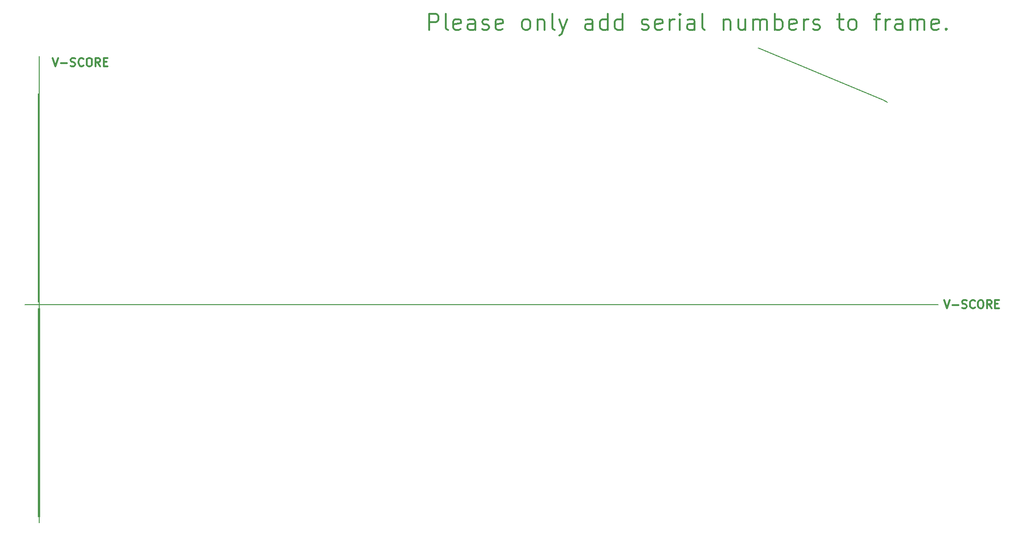
<source format=gbr>
G04 #@! TF.GenerationSoftware,KiCad,Pcbnew,8.0.2*
G04 #@! TF.CreationDate,2024-05-24T17:56:23+01:00*
G04 #@! TF.ProjectId,ruler,72756c65-722e-46b6-9963-61645f706362,rev?*
G04 #@! TF.SameCoordinates,Original*
G04 #@! TF.FileFunction,Other,ECO1*
%FSLAX45Y45*%
G04 Gerber Fmt 4.5, Leading zero omitted, Abs format (unit mm)*
G04 Created by KiCad (PCBNEW 8.0.2) date 2024-05-24 17:56:23*
%MOMM*%
%LPD*%
G01*
G04 APERTURE LIST*
%ADD10C,0.200000*%
%ADD11C,0.300000*%
%ADD12C,0.010000*%
G04 APERTURE END LIST*
D10*
X6263335Y-12588000D02*
X23021000Y-12588000D01*
X19713000Y-7870000D02*
X22014000Y-8821000D01*
X22014000Y-8821000D02*
X22091000Y-8867000D01*
X6528000Y-8018985D02*
X6528000Y-16590001D01*
D11*
X23128286Y-12499833D02*
X23178286Y-12649833D01*
X23178286Y-12649833D02*
X23228286Y-12499833D01*
X23278286Y-12592690D02*
X23392571Y-12592690D01*
X23456857Y-12642690D02*
X23478286Y-12649833D01*
X23478286Y-12649833D02*
X23514000Y-12649833D01*
X23514000Y-12649833D02*
X23528286Y-12642690D01*
X23528286Y-12642690D02*
X23535428Y-12635547D01*
X23535428Y-12635547D02*
X23542571Y-12621261D01*
X23542571Y-12621261D02*
X23542571Y-12606976D01*
X23542571Y-12606976D02*
X23535428Y-12592690D01*
X23535428Y-12592690D02*
X23528286Y-12585547D01*
X23528286Y-12585547D02*
X23514000Y-12578404D01*
X23514000Y-12578404D02*
X23485428Y-12571261D01*
X23485428Y-12571261D02*
X23471143Y-12564118D01*
X23471143Y-12564118D02*
X23464000Y-12556976D01*
X23464000Y-12556976D02*
X23456857Y-12542690D01*
X23456857Y-12542690D02*
X23456857Y-12528404D01*
X23456857Y-12528404D02*
X23464000Y-12514118D01*
X23464000Y-12514118D02*
X23471143Y-12506976D01*
X23471143Y-12506976D02*
X23485428Y-12499833D01*
X23485428Y-12499833D02*
X23521143Y-12499833D01*
X23521143Y-12499833D02*
X23542571Y-12506976D01*
X23692571Y-12635547D02*
X23685428Y-12642690D01*
X23685428Y-12642690D02*
X23664000Y-12649833D01*
X23664000Y-12649833D02*
X23649714Y-12649833D01*
X23649714Y-12649833D02*
X23628286Y-12642690D01*
X23628286Y-12642690D02*
X23614000Y-12628404D01*
X23614000Y-12628404D02*
X23606857Y-12614118D01*
X23606857Y-12614118D02*
X23599714Y-12585547D01*
X23599714Y-12585547D02*
X23599714Y-12564118D01*
X23599714Y-12564118D02*
X23606857Y-12535547D01*
X23606857Y-12535547D02*
X23614000Y-12521261D01*
X23614000Y-12521261D02*
X23628286Y-12506976D01*
X23628286Y-12506976D02*
X23649714Y-12499833D01*
X23649714Y-12499833D02*
X23664000Y-12499833D01*
X23664000Y-12499833D02*
X23685428Y-12506976D01*
X23685428Y-12506976D02*
X23692571Y-12514118D01*
X23785428Y-12499833D02*
X23814000Y-12499833D01*
X23814000Y-12499833D02*
X23828286Y-12506976D01*
X23828286Y-12506976D02*
X23842571Y-12521261D01*
X23842571Y-12521261D02*
X23849714Y-12549833D01*
X23849714Y-12549833D02*
X23849714Y-12599833D01*
X23849714Y-12599833D02*
X23842571Y-12628404D01*
X23842571Y-12628404D02*
X23828286Y-12642690D01*
X23828286Y-12642690D02*
X23814000Y-12649833D01*
X23814000Y-12649833D02*
X23785428Y-12649833D01*
X23785428Y-12649833D02*
X23771143Y-12642690D01*
X23771143Y-12642690D02*
X23756857Y-12628404D01*
X23756857Y-12628404D02*
X23749714Y-12599833D01*
X23749714Y-12599833D02*
X23749714Y-12549833D01*
X23749714Y-12549833D02*
X23756857Y-12521261D01*
X23756857Y-12521261D02*
X23771143Y-12506976D01*
X23771143Y-12506976D02*
X23785428Y-12499833D01*
X23999714Y-12649833D02*
X23949714Y-12578404D01*
X23914000Y-12649833D02*
X23914000Y-12499833D01*
X23914000Y-12499833D02*
X23971143Y-12499833D01*
X23971143Y-12499833D02*
X23985428Y-12506976D01*
X23985428Y-12506976D02*
X23992571Y-12514118D01*
X23992571Y-12514118D02*
X23999714Y-12528404D01*
X23999714Y-12528404D02*
X23999714Y-12549833D01*
X23999714Y-12549833D02*
X23992571Y-12564118D01*
X23992571Y-12564118D02*
X23985428Y-12571261D01*
X23985428Y-12571261D02*
X23971143Y-12578404D01*
X23971143Y-12578404D02*
X23914000Y-12578404D01*
X24064000Y-12571261D02*
X24114000Y-12571261D01*
X24135428Y-12649833D02*
X24064000Y-12649833D01*
X24064000Y-12649833D02*
X24064000Y-12499833D01*
X24064000Y-12499833D02*
X24135428Y-12499833D01*
X13680857Y-7539226D02*
X13680857Y-7239226D01*
X13680857Y-7239226D02*
X13795143Y-7239226D01*
X13795143Y-7239226D02*
X13823714Y-7253511D01*
X13823714Y-7253511D02*
X13838000Y-7267797D01*
X13838000Y-7267797D02*
X13852285Y-7296368D01*
X13852285Y-7296368D02*
X13852285Y-7339226D01*
X13852285Y-7339226D02*
X13838000Y-7367797D01*
X13838000Y-7367797D02*
X13823714Y-7382083D01*
X13823714Y-7382083D02*
X13795143Y-7396368D01*
X13795143Y-7396368D02*
X13680857Y-7396368D01*
X14023714Y-7539226D02*
X13995143Y-7524940D01*
X13995143Y-7524940D02*
X13980857Y-7496368D01*
X13980857Y-7496368D02*
X13980857Y-7239226D01*
X14252285Y-7524940D02*
X14223714Y-7539226D01*
X14223714Y-7539226D02*
X14166571Y-7539226D01*
X14166571Y-7539226D02*
X14138000Y-7524940D01*
X14138000Y-7524940D02*
X14123714Y-7496368D01*
X14123714Y-7496368D02*
X14123714Y-7382083D01*
X14123714Y-7382083D02*
X14138000Y-7353511D01*
X14138000Y-7353511D02*
X14166571Y-7339226D01*
X14166571Y-7339226D02*
X14223714Y-7339226D01*
X14223714Y-7339226D02*
X14252285Y-7353511D01*
X14252285Y-7353511D02*
X14266571Y-7382083D01*
X14266571Y-7382083D02*
X14266571Y-7410654D01*
X14266571Y-7410654D02*
X14123714Y-7439226D01*
X14523714Y-7539226D02*
X14523714Y-7382083D01*
X14523714Y-7382083D02*
X14509428Y-7353511D01*
X14509428Y-7353511D02*
X14480857Y-7339226D01*
X14480857Y-7339226D02*
X14423714Y-7339226D01*
X14423714Y-7339226D02*
X14395143Y-7353511D01*
X14523714Y-7524940D02*
X14495143Y-7539226D01*
X14495143Y-7539226D02*
X14423714Y-7539226D01*
X14423714Y-7539226D02*
X14395143Y-7524940D01*
X14395143Y-7524940D02*
X14380857Y-7496368D01*
X14380857Y-7496368D02*
X14380857Y-7467797D01*
X14380857Y-7467797D02*
X14395143Y-7439226D01*
X14395143Y-7439226D02*
X14423714Y-7424940D01*
X14423714Y-7424940D02*
X14495143Y-7424940D01*
X14495143Y-7424940D02*
X14523714Y-7410654D01*
X14652286Y-7524940D02*
X14680857Y-7539226D01*
X14680857Y-7539226D02*
X14738000Y-7539226D01*
X14738000Y-7539226D02*
X14766571Y-7524940D01*
X14766571Y-7524940D02*
X14780857Y-7496368D01*
X14780857Y-7496368D02*
X14780857Y-7482083D01*
X14780857Y-7482083D02*
X14766571Y-7453511D01*
X14766571Y-7453511D02*
X14738000Y-7439226D01*
X14738000Y-7439226D02*
X14695143Y-7439226D01*
X14695143Y-7439226D02*
X14666571Y-7424940D01*
X14666571Y-7424940D02*
X14652286Y-7396368D01*
X14652286Y-7396368D02*
X14652286Y-7382083D01*
X14652286Y-7382083D02*
X14666571Y-7353511D01*
X14666571Y-7353511D02*
X14695143Y-7339226D01*
X14695143Y-7339226D02*
X14738000Y-7339226D01*
X14738000Y-7339226D02*
X14766571Y-7353511D01*
X15023714Y-7524940D02*
X14995143Y-7539226D01*
X14995143Y-7539226D02*
X14938000Y-7539226D01*
X14938000Y-7539226D02*
X14909428Y-7524940D01*
X14909428Y-7524940D02*
X14895143Y-7496368D01*
X14895143Y-7496368D02*
X14895143Y-7382083D01*
X14895143Y-7382083D02*
X14909428Y-7353511D01*
X14909428Y-7353511D02*
X14938000Y-7339226D01*
X14938000Y-7339226D02*
X14995143Y-7339226D01*
X14995143Y-7339226D02*
X15023714Y-7353511D01*
X15023714Y-7353511D02*
X15038000Y-7382083D01*
X15038000Y-7382083D02*
X15038000Y-7410654D01*
X15038000Y-7410654D02*
X14895143Y-7439226D01*
X15438000Y-7539226D02*
X15409428Y-7524940D01*
X15409428Y-7524940D02*
X15395143Y-7510654D01*
X15395143Y-7510654D02*
X15380857Y-7482083D01*
X15380857Y-7482083D02*
X15380857Y-7396368D01*
X15380857Y-7396368D02*
X15395143Y-7367797D01*
X15395143Y-7367797D02*
X15409428Y-7353511D01*
X15409428Y-7353511D02*
X15438000Y-7339226D01*
X15438000Y-7339226D02*
X15480857Y-7339226D01*
X15480857Y-7339226D02*
X15509428Y-7353511D01*
X15509428Y-7353511D02*
X15523714Y-7367797D01*
X15523714Y-7367797D02*
X15538000Y-7396368D01*
X15538000Y-7396368D02*
X15538000Y-7482083D01*
X15538000Y-7482083D02*
X15523714Y-7510654D01*
X15523714Y-7510654D02*
X15509428Y-7524940D01*
X15509428Y-7524940D02*
X15480857Y-7539226D01*
X15480857Y-7539226D02*
X15438000Y-7539226D01*
X15666571Y-7339226D02*
X15666571Y-7539226D01*
X15666571Y-7367797D02*
X15680857Y-7353511D01*
X15680857Y-7353511D02*
X15709428Y-7339226D01*
X15709428Y-7339226D02*
X15752286Y-7339226D01*
X15752286Y-7339226D02*
X15780857Y-7353511D01*
X15780857Y-7353511D02*
X15795143Y-7382083D01*
X15795143Y-7382083D02*
X15795143Y-7539226D01*
X15980857Y-7539226D02*
X15952286Y-7524940D01*
X15952286Y-7524940D02*
X15938000Y-7496368D01*
X15938000Y-7496368D02*
X15938000Y-7239226D01*
X16066571Y-7339226D02*
X16138000Y-7539226D01*
X16209428Y-7339226D02*
X16138000Y-7539226D01*
X16138000Y-7539226D02*
X16109428Y-7610654D01*
X16109428Y-7610654D02*
X16095143Y-7624940D01*
X16095143Y-7624940D02*
X16066571Y-7639226D01*
X16680857Y-7539226D02*
X16680857Y-7382083D01*
X16680857Y-7382083D02*
X16666571Y-7353511D01*
X16666571Y-7353511D02*
X16638000Y-7339226D01*
X16638000Y-7339226D02*
X16580857Y-7339226D01*
X16580857Y-7339226D02*
X16552286Y-7353511D01*
X16680857Y-7524940D02*
X16652286Y-7539226D01*
X16652286Y-7539226D02*
X16580857Y-7539226D01*
X16580857Y-7539226D02*
X16552286Y-7524940D01*
X16552286Y-7524940D02*
X16538000Y-7496368D01*
X16538000Y-7496368D02*
X16538000Y-7467797D01*
X16538000Y-7467797D02*
X16552286Y-7439226D01*
X16552286Y-7439226D02*
X16580857Y-7424940D01*
X16580857Y-7424940D02*
X16652286Y-7424940D01*
X16652286Y-7424940D02*
X16680857Y-7410654D01*
X16952286Y-7539226D02*
X16952286Y-7239226D01*
X16952286Y-7524940D02*
X16923714Y-7539226D01*
X16923714Y-7539226D02*
X16866571Y-7539226D01*
X16866571Y-7539226D02*
X16838000Y-7524940D01*
X16838000Y-7524940D02*
X16823714Y-7510654D01*
X16823714Y-7510654D02*
X16809429Y-7482083D01*
X16809429Y-7482083D02*
X16809429Y-7396368D01*
X16809429Y-7396368D02*
X16823714Y-7367797D01*
X16823714Y-7367797D02*
X16838000Y-7353511D01*
X16838000Y-7353511D02*
X16866571Y-7339226D01*
X16866571Y-7339226D02*
X16923714Y-7339226D01*
X16923714Y-7339226D02*
X16952286Y-7353511D01*
X17223714Y-7539226D02*
X17223714Y-7239226D01*
X17223714Y-7524940D02*
X17195143Y-7539226D01*
X17195143Y-7539226D02*
X17138000Y-7539226D01*
X17138000Y-7539226D02*
X17109429Y-7524940D01*
X17109429Y-7524940D02*
X17095143Y-7510654D01*
X17095143Y-7510654D02*
X17080857Y-7482083D01*
X17080857Y-7482083D02*
X17080857Y-7396368D01*
X17080857Y-7396368D02*
X17095143Y-7367797D01*
X17095143Y-7367797D02*
X17109429Y-7353511D01*
X17109429Y-7353511D02*
X17138000Y-7339226D01*
X17138000Y-7339226D02*
X17195143Y-7339226D01*
X17195143Y-7339226D02*
X17223714Y-7353511D01*
X17580857Y-7524940D02*
X17609429Y-7539226D01*
X17609429Y-7539226D02*
X17666571Y-7539226D01*
X17666571Y-7539226D02*
X17695143Y-7524940D01*
X17695143Y-7524940D02*
X17709429Y-7496368D01*
X17709429Y-7496368D02*
X17709429Y-7482083D01*
X17709429Y-7482083D02*
X17695143Y-7453511D01*
X17695143Y-7453511D02*
X17666571Y-7439226D01*
X17666571Y-7439226D02*
X17623714Y-7439226D01*
X17623714Y-7439226D02*
X17595143Y-7424940D01*
X17595143Y-7424940D02*
X17580857Y-7396368D01*
X17580857Y-7396368D02*
X17580857Y-7382083D01*
X17580857Y-7382083D02*
X17595143Y-7353511D01*
X17595143Y-7353511D02*
X17623714Y-7339226D01*
X17623714Y-7339226D02*
X17666571Y-7339226D01*
X17666571Y-7339226D02*
X17695143Y-7353511D01*
X17952286Y-7524940D02*
X17923714Y-7539226D01*
X17923714Y-7539226D02*
X17866571Y-7539226D01*
X17866571Y-7539226D02*
X17838000Y-7524940D01*
X17838000Y-7524940D02*
X17823714Y-7496368D01*
X17823714Y-7496368D02*
X17823714Y-7382083D01*
X17823714Y-7382083D02*
X17838000Y-7353511D01*
X17838000Y-7353511D02*
X17866571Y-7339226D01*
X17866571Y-7339226D02*
X17923714Y-7339226D01*
X17923714Y-7339226D02*
X17952286Y-7353511D01*
X17952286Y-7353511D02*
X17966571Y-7382083D01*
X17966571Y-7382083D02*
X17966571Y-7410654D01*
X17966571Y-7410654D02*
X17823714Y-7439226D01*
X18095143Y-7539226D02*
X18095143Y-7339226D01*
X18095143Y-7396368D02*
X18109429Y-7367797D01*
X18109429Y-7367797D02*
X18123714Y-7353511D01*
X18123714Y-7353511D02*
X18152286Y-7339226D01*
X18152286Y-7339226D02*
X18180857Y-7339226D01*
X18280857Y-7539226D02*
X18280857Y-7339226D01*
X18280857Y-7239226D02*
X18266571Y-7253511D01*
X18266571Y-7253511D02*
X18280857Y-7267797D01*
X18280857Y-7267797D02*
X18295143Y-7253511D01*
X18295143Y-7253511D02*
X18280857Y-7239226D01*
X18280857Y-7239226D02*
X18280857Y-7267797D01*
X18552286Y-7539226D02*
X18552286Y-7382083D01*
X18552286Y-7382083D02*
X18538000Y-7353511D01*
X18538000Y-7353511D02*
X18509429Y-7339226D01*
X18509429Y-7339226D02*
X18452286Y-7339226D01*
X18452286Y-7339226D02*
X18423714Y-7353511D01*
X18552286Y-7524940D02*
X18523714Y-7539226D01*
X18523714Y-7539226D02*
X18452286Y-7539226D01*
X18452286Y-7539226D02*
X18423714Y-7524940D01*
X18423714Y-7524940D02*
X18409429Y-7496368D01*
X18409429Y-7496368D02*
X18409429Y-7467797D01*
X18409429Y-7467797D02*
X18423714Y-7439226D01*
X18423714Y-7439226D02*
X18452286Y-7424940D01*
X18452286Y-7424940D02*
X18523714Y-7424940D01*
X18523714Y-7424940D02*
X18552286Y-7410654D01*
X18738000Y-7539226D02*
X18709429Y-7524940D01*
X18709429Y-7524940D02*
X18695143Y-7496368D01*
X18695143Y-7496368D02*
X18695143Y-7239226D01*
X19080857Y-7339226D02*
X19080857Y-7539226D01*
X19080857Y-7367797D02*
X19095143Y-7353511D01*
X19095143Y-7353511D02*
X19123714Y-7339226D01*
X19123714Y-7339226D02*
X19166571Y-7339226D01*
X19166571Y-7339226D02*
X19195143Y-7353511D01*
X19195143Y-7353511D02*
X19209429Y-7382083D01*
X19209429Y-7382083D02*
X19209429Y-7539226D01*
X19480857Y-7339226D02*
X19480857Y-7539226D01*
X19352286Y-7339226D02*
X19352286Y-7496368D01*
X19352286Y-7496368D02*
X19366571Y-7524940D01*
X19366571Y-7524940D02*
X19395143Y-7539226D01*
X19395143Y-7539226D02*
X19438000Y-7539226D01*
X19438000Y-7539226D02*
X19466571Y-7524940D01*
X19466571Y-7524940D02*
X19480857Y-7510654D01*
X19623714Y-7539226D02*
X19623714Y-7339226D01*
X19623714Y-7367797D02*
X19638000Y-7353511D01*
X19638000Y-7353511D02*
X19666572Y-7339226D01*
X19666572Y-7339226D02*
X19709429Y-7339226D01*
X19709429Y-7339226D02*
X19738000Y-7353511D01*
X19738000Y-7353511D02*
X19752286Y-7382083D01*
X19752286Y-7382083D02*
X19752286Y-7539226D01*
X19752286Y-7382083D02*
X19766572Y-7353511D01*
X19766572Y-7353511D02*
X19795143Y-7339226D01*
X19795143Y-7339226D02*
X19838000Y-7339226D01*
X19838000Y-7339226D02*
X19866572Y-7353511D01*
X19866572Y-7353511D02*
X19880857Y-7382083D01*
X19880857Y-7382083D02*
X19880857Y-7539226D01*
X20023714Y-7539226D02*
X20023714Y-7239226D01*
X20023714Y-7353511D02*
X20052286Y-7339226D01*
X20052286Y-7339226D02*
X20109429Y-7339226D01*
X20109429Y-7339226D02*
X20138000Y-7353511D01*
X20138000Y-7353511D02*
X20152286Y-7367797D01*
X20152286Y-7367797D02*
X20166572Y-7396368D01*
X20166572Y-7396368D02*
X20166572Y-7482083D01*
X20166572Y-7482083D02*
X20152286Y-7510654D01*
X20152286Y-7510654D02*
X20138000Y-7524940D01*
X20138000Y-7524940D02*
X20109429Y-7539226D01*
X20109429Y-7539226D02*
X20052286Y-7539226D01*
X20052286Y-7539226D02*
X20023714Y-7524940D01*
X20409429Y-7524940D02*
X20380857Y-7539226D01*
X20380857Y-7539226D02*
X20323714Y-7539226D01*
X20323714Y-7539226D02*
X20295143Y-7524940D01*
X20295143Y-7524940D02*
X20280857Y-7496368D01*
X20280857Y-7496368D02*
X20280857Y-7382083D01*
X20280857Y-7382083D02*
X20295143Y-7353511D01*
X20295143Y-7353511D02*
X20323714Y-7339226D01*
X20323714Y-7339226D02*
X20380857Y-7339226D01*
X20380857Y-7339226D02*
X20409429Y-7353511D01*
X20409429Y-7353511D02*
X20423714Y-7382083D01*
X20423714Y-7382083D02*
X20423714Y-7410654D01*
X20423714Y-7410654D02*
X20280857Y-7439226D01*
X20552286Y-7539226D02*
X20552286Y-7339226D01*
X20552286Y-7396368D02*
X20566572Y-7367797D01*
X20566572Y-7367797D02*
X20580857Y-7353511D01*
X20580857Y-7353511D02*
X20609429Y-7339226D01*
X20609429Y-7339226D02*
X20638000Y-7339226D01*
X20723714Y-7524940D02*
X20752286Y-7539226D01*
X20752286Y-7539226D02*
X20809429Y-7539226D01*
X20809429Y-7539226D02*
X20838000Y-7524940D01*
X20838000Y-7524940D02*
X20852286Y-7496368D01*
X20852286Y-7496368D02*
X20852286Y-7482083D01*
X20852286Y-7482083D02*
X20838000Y-7453511D01*
X20838000Y-7453511D02*
X20809429Y-7439226D01*
X20809429Y-7439226D02*
X20766572Y-7439226D01*
X20766572Y-7439226D02*
X20738000Y-7424940D01*
X20738000Y-7424940D02*
X20723714Y-7396368D01*
X20723714Y-7396368D02*
X20723714Y-7382083D01*
X20723714Y-7382083D02*
X20738000Y-7353511D01*
X20738000Y-7353511D02*
X20766572Y-7339226D01*
X20766572Y-7339226D02*
X20809429Y-7339226D01*
X20809429Y-7339226D02*
X20838000Y-7353511D01*
X21166572Y-7339226D02*
X21280857Y-7339226D01*
X21209429Y-7239226D02*
X21209429Y-7496368D01*
X21209429Y-7496368D02*
X21223714Y-7524940D01*
X21223714Y-7524940D02*
X21252286Y-7539226D01*
X21252286Y-7539226D02*
X21280857Y-7539226D01*
X21423714Y-7539226D02*
X21395143Y-7524940D01*
X21395143Y-7524940D02*
X21380857Y-7510654D01*
X21380857Y-7510654D02*
X21366572Y-7482083D01*
X21366572Y-7482083D02*
X21366572Y-7396368D01*
X21366572Y-7396368D02*
X21380857Y-7367797D01*
X21380857Y-7367797D02*
X21395143Y-7353511D01*
X21395143Y-7353511D02*
X21423714Y-7339226D01*
X21423714Y-7339226D02*
X21466572Y-7339226D01*
X21466572Y-7339226D02*
X21495143Y-7353511D01*
X21495143Y-7353511D02*
X21509429Y-7367797D01*
X21509429Y-7367797D02*
X21523714Y-7396368D01*
X21523714Y-7396368D02*
X21523714Y-7482083D01*
X21523714Y-7482083D02*
X21509429Y-7510654D01*
X21509429Y-7510654D02*
X21495143Y-7524940D01*
X21495143Y-7524940D02*
X21466572Y-7539226D01*
X21466572Y-7539226D02*
X21423714Y-7539226D01*
X21838000Y-7339226D02*
X21952286Y-7339226D01*
X21880857Y-7539226D02*
X21880857Y-7282083D01*
X21880857Y-7282083D02*
X21895143Y-7253511D01*
X21895143Y-7253511D02*
X21923714Y-7239226D01*
X21923714Y-7239226D02*
X21952286Y-7239226D01*
X22052286Y-7539226D02*
X22052286Y-7339226D01*
X22052286Y-7396368D02*
X22066572Y-7367797D01*
X22066572Y-7367797D02*
X22080857Y-7353511D01*
X22080857Y-7353511D02*
X22109429Y-7339226D01*
X22109429Y-7339226D02*
X22138000Y-7339226D01*
X22366572Y-7539226D02*
X22366572Y-7382083D01*
X22366572Y-7382083D02*
X22352286Y-7353511D01*
X22352286Y-7353511D02*
X22323714Y-7339226D01*
X22323714Y-7339226D02*
X22266572Y-7339226D01*
X22266572Y-7339226D02*
X22238000Y-7353511D01*
X22366572Y-7524940D02*
X22338000Y-7539226D01*
X22338000Y-7539226D02*
X22266572Y-7539226D01*
X22266572Y-7539226D02*
X22238000Y-7524940D01*
X22238000Y-7524940D02*
X22223714Y-7496368D01*
X22223714Y-7496368D02*
X22223714Y-7467797D01*
X22223714Y-7467797D02*
X22238000Y-7439226D01*
X22238000Y-7439226D02*
X22266572Y-7424940D01*
X22266572Y-7424940D02*
X22338000Y-7424940D01*
X22338000Y-7424940D02*
X22366572Y-7410654D01*
X22509429Y-7539226D02*
X22509429Y-7339226D01*
X22509429Y-7367797D02*
X22523714Y-7353511D01*
X22523714Y-7353511D02*
X22552286Y-7339226D01*
X22552286Y-7339226D02*
X22595143Y-7339226D01*
X22595143Y-7339226D02*
X22623714Y-7353511D01*
X22623714Y-7353511D02*
X22638000Y-7382083D01*
X22638000Y-7382083D02*
X22638000Y-7539226D01*
X22638000Y-7382083D02*
X22652286Y-7353511D01*
X22652286Y-7353511D02*
X22680857Y-7339226D01*
X22680857Y-7339226D02*
X22723714Y-7339226D01*
X22723714Y-7339226D02*
X22752286Y-7353511D01*
X22752286Y-7353511D02*
X22766572Y-7382083D01*
X22766572Y-7382083D02*
X22766572Y-7539226D01*
X23023714Y-7524940D02*
X22995143Y-7539226D01*
X22995143Y-7539226D02*
X22938000Y-7539226D01*
X22938000Y-7539226D02*
X22909429Y-7524940D01*
X22909429Y-7524940D02*
X22895143Y-7496368D01*
X22895143Y-7496368D02*
X22895143Y-7382083D01*
X22895143Y-7382083D02*
X22909429Y-7353511D01*
X22909429Y-7353511D02*
X22938000Y-7339226D01*
X22938000Y-7339226D02*
X22995143Y-7339226D01*
X22995143Y-7339226D02*
X23023714Y-7353511D01*
X23023714Y-7353511D02*
X23038000Y-7382083D01*
X23038000Y-7382083D02*
X23038000Y-7410654D01*
X23038000Y-7410654D02*
X22895143Y-7439226D01*
X23166572Y-7510654D02*
X23180857Y-7524940D01*
X23180857Y-7524940D02*
X23166572Y-7539226D01*
X23166572Y-7539226D02*
X23152286Y-7524940D01*
X23152286Y-7524940D02*
X23166572Y-7510654D01*
X23166572Y-7510654D02*
X23166572Y-7539226D01*
X6772286Y-8053833D02*
X6822286Y-8203833D01*
X6822286Y-8203833D02*
X6872286Y-8053833D01*
X6922286Y-8146690D02*
X7036571Y-8146690D01*
X7100857Y-8196690D02*
X7122286Y-8203833D01*
X7122286Y-8203833D02*
X7158000Y-8203833D01*
X7158000Y-8203833D02*
X7172286Y-8196690D01*
X7172286Y-8196690D02*
X7179428Y-8189547D01*
X7179428Y-8189547D02*
X7186571Y-8175261D01*
X7186571Y-8175261D02*
X7186571Y-8160976D01*
X7186571Y-8160976D02*
X7179428Y-8146690D01*
X7179428Y-8146690D02*
X7172286Y-8139547D01*
X7172286Y-8139547D02*
X7158000Y-8132404D01*
X7158000Y-8132404D02*
X7129428Y-8125261D01*
X7129428Y-8125261D02*
X7115143Y-8118118D01*
X7115143Y-8118118D02*
X7108000Y-8110976D01*
X7108000Y-8110976D02*
X7100857Y-8096690D01*
X7100857Y-8096690D02*
X7100857Y-8082404D01*
X7100857Y-8082404D02*
X7108000Y-8068118D01*
X7108000Y-8068118D02*
X7115143Y-8060976D01*
X7115143Y-8060976D02*
X7129428Y-8053833D01*
X7129428Y-8053833D02*
X7165143Y-8053833D01*
X7165143Y-8053833D02*
X7186571Y-8060976D01*
X7336571Y-8189547D02*
X7329428Y-8196690D01*
X7329428Y-8196690D02*
X7308000Y-8203833D01*
X7308000Y-8203833D02*
X7293714Y-8203833D01*
X7293714Y-8203833D02*
X7272286Y-8196690D01*
X7272286Y-8196690D02*
X7258000Y-8182404D01*
X7258000Y-8182404D02*
X7250857Y-8168118D01*
X7250857Y-8168118D02*
X7243714Y-8139547D01*
X7243714Y-8139547D02*
X7243714Y-8118118D01*
X7243714Y-8118118D02*
X7250857Y-8089547D01*
X7250857Y-8089547D02*
X7258000Y-8075261D01*
X7258000Y-8075261D02*
X7272286Y-8060976D01*
X7272286Y-8060976D02*
X7293714Y-8053833D01*
X7293714Y-8053833D02*
X7308000Y-8053833D01*
X7308000Y-8053833D02*
X7329428Y-8060976D01*
X7329428Y-8060976D02*
X7336571Y-8068118D01*
X7429428Y-8053833D02*
X7458000Y-8053833D01*
X7458000Y-8053833D02*
X7472286Y-8060976D01*
X7472286Y-8060976D02*
X7486571Y-8075261D01*
X7486571Y-8075261D02*
X7493714Y-8103833D01*
X7493714Y-8103833D02*
X7493714Y-8153833D01*
X7493714Y-8153833D02*
X7486571Y-8182404D01*
X7486571Y-8182404D02*
X7472286Y-8196690D01*
X7472286Y-8196690D02*
X7458000Y-8203833D01*
X7458000Y-8203833D02*
X7429428Y-8203833D01*
X7429428Y-8203833D02*
X7415143Y-8196690D01*
X7415143Y-8196690D02*
X7400857Y-8182404D01*
X7400857Y-8182404D02*
X7393714Y-8153833D01*
X7393714Y-8153833D02*
X7393714Y-8103833D01*
X7393714Y-8103833D02*
X7400857Y-8075261D01*
X7400857Y-8075261D02*
X7415143Y-8060976D01*
X7415143Y-8060976D02*
X7429428Y-8053833D01*
X7643714Y-8203833D02*
X7593714Y-8132404D01*
X7558000Y-8203833D02*
X7558000Y-8053833D01*
X7558000Y-8053833D02*
X7615143Y-8053833D01*
X7615143Y-8053833D02*
X7629428Y-8060976D01*
X7629428Y-8060976D02*
X7636571Y-8068118D01*
X7636571Y-8068118D02*
X7643714Y-8082404D01*
X7643714Y-8082404D02*
X7643714Y-8103833D01*
X7643714Y-8103833D02*
X7636571Y-8118118D01*
X7636571Y-8118118D02*
X7629428Y-8125261D01*
X7629428Y-8125261D02*
X7615143Y-8132404D01*
X7615143Y-8132404D02*
X7558000Y-8132404D01*
X7708000Y-8125261D02*
X7758000Y-8125261D01*
X7779428Y-8203833D02*
X7708000Y-8203833D01*
X7708000Y-8203833D02*
X7708000Y-8053833D01*
X7708000Y-8053833D02*
X7779428Y-8053833D01*
D12*
X6529193Y-12532243D02*
X6499560Y-12532243D01*
X6499560Y-8709543D01*
X6529193Y-8709543D01*
X6529193Y-12532243D01*
G36*
X6529193Y-12532243D02*
G01*
X6499560Y-12532243D01*
X6499560Y-8709543D01*
X6529193Y-8709543D01*
X6529193Y-12532243D01*
G37*
X6530193Y-16477643D02*
X6500560Y-16477643D01*
X6500560Y-12654943D01*
X6530193Y-12654943D01*
X6530193Y-16477643D01*
G36*
X6530193Y-16477643D02*
G01*
X6500560Y-16477643D01*
X6500560Y-12654943D01*
X6530193Y-12654943D01*
X6530193Y-16477643D01*
G37*
M02*

</source>
